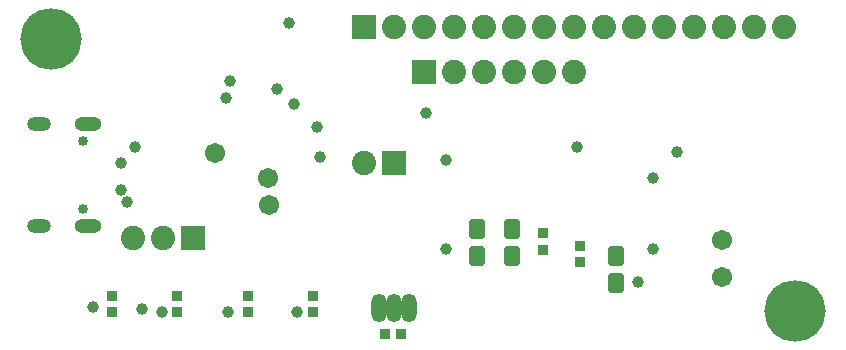
<source format=gbr>
%TF.GenerationSoftware,Altium Limited,Altium Designer,24.0.1 (36)*%
G04 Layer_Color=16711935*
%FSLAX45Y45*%
%MOMM*%
%TF.SameCoordinates,A01A54B3-6B64-4A67-9B29-D4FC54FCECB2*%
%TF.FilePolarity,Negative*%
%TF.FileFunction,Soldermask,Bot*%
%TF.Part,Single*%
G01*
G75*
%TA.AperFunction,SMDPad,CuDef*%
G04:AMPARAMS|DCode=45|XSize=0.862mm|YSize=0.862mm|CornerRadius=0.0881mm|HoleSize=0mm|Usage=FLASHONLY|Rotation=180.000|XOffset=0mm|YOffset=0mm|HoleType=Round|Shape=RoundedRectangle|*
%AMROUNDEDRECTD45*
21,1,0.86200,0.68580,0,0,180.0*
21,1,0.68580,0.86200,0,0,180.0*
1,1,0.17620,-0.34290,0.34290*
1,1,0.17620,0.34290,0.34290*
1,1,0.17620,0.34290,-0.34290*
1,1,0.17620,-0.34290,-0.34290*
%
%ADD45ROUNDEDRECTD45*%
G04:AMPARAMS|DCode=46|XSize=1.624mm|YSize=1.37mm|CornerRadius=0.14525mm|HoleSize=0mm|Usage=FLASHONLY|Rotation=90.000|XOffset=0mm|YOffset=0mm|HoleType=Round|Shape=RoundedRectangle|*
%AMROUNDEDRECTD46*
21,1,1.62400,1.07950,0,0,90.0*
21,1,1.33350,1.37000,0,0,90.0*
1,1,0.29050,0.53975,0.66675*
1,1,0.29050,0.53975,-0.66675*
1,1,0.29050,-0.53975,-0.66675*
1,1,0.29050,-0.53975,0.66675*
%
%ADD46ROUNDEDRECTD46*%
G04:AMPARAMS|DCode=47|XSize=0.862mm|YSize=0.862mm|CornerRadius=0.0881mm|HoleSize=0mm|Usage=FLASHONLY|Rotation=90.000|XOffset=0mm|YOffset=0mm|HoleType=Round|Shape=RoundedRectangle|*
%AMROUNDEDRECTD47*
21,1,0.86200,0.68580,0,0,90.0*
21,1,0.68580,0.86200,0,0,90.0*
1,1,0.17620,0.34290,0.34290*
1,1,0.17620,0.34290,-0.34290*
1,1,0.17620,-0.34290,-0.34290*
1,1,0.17620,-0.34290,0.34290*
%
%ADD47ROUNDEDRECTD47*%
%TA.AperFunction,ComponentPad*%
%ADD56O,1.31320X2.42320*%
%ADD57C,2.05320*%
%ADD58R,2.05320X2.05320*%
%ADD59C,0.85320*%
%ADD60O,2.30320X1.20320*%
%ADD61O,2.00320X1.20320*%
%ADD62C,5.20320*%
%TA.AperFunction,ViaPad*%
%ADD63C,1.70320*%
%ADD64C,1.00320*%
D45*
X3175000Y152400D02*
D03*
X3314700D02*
D03*
D46*
X5130800Y584200D02*
D03*
Y812800D02*
D03*
X4254500Y1043940D02*
D03*
Y815340D02*
D03*
X3954800Y818000D02*
D03*
Y1046600D02*
D03*
D47*
X4826000Y762000D02*
D03*
Y901700D02*
D03*
X871500Y476580D02*
D03*
Y336880D02*
D03*
X1421500Y476580D02*
D03*
Y336880D02*
D03*
X2021500Y476580D02*
D03*
Y336880D02*
D03*
X2571500Y476580D02*
D03*
Y336880D02*
D03*
X4518660Y866140D02*
D03*
Y1005840D02*
D03*
D56*
X3378200Y378285D02*
D03*
X3251200D02*
D03*
X3124200D02*
D03*
D57*
X4778000Y2369000D02*
D03*
X4524000D02*
D03*
X3762000D02*
D03*
X4016000D02*
D03*
X4270000D02*
D03*
X3000000Y1600000D02*
D03*
X6556000Y2750000D02*
D03*
X6302000D02*
D03*
X4778000D02*
D03*
X4524000D02*
D03*
X4270000D02*
D03*
X4016000D02*
D03*
X3254000D02*
D03*
X3508000D02*
D03*
X3762000D02*
D03*
X5032000D02*
D03*
X5286000D02*
D03*
X5540000D02*
D03*
X5794000D02*
D03*
X6048000D02*
D03*
X1041400Y965200D02*
D03*
X1295400D02*
D03*
D58*
X3508000Y2369000D02*
D03*
X3254000Y1600000D02*
D03*
X3000000Y2750000D02*
D03*
X1549400Y965200D02*
D03*
D59*
X618000Y1789000D02*
D03*
Y1211000D02*
D03*
D60*
X668000Y1068000D02*
D03*
Y1932000D02*
D03*
D61*
X250000Y1068000D02*
D03*
Y1932000D02*
D03*
D62*
X350000Y2650000D02*
D03*
X6650000Y350000D02*
D03*
D63*
X6032500Y952500D02*
D03*
X2184400Y1473200D02*
D03*
X2195800Y1244600D02*
D03*
X6032500Y635000D02*
D03*
X1740480Y1684020D02*
D03*
D64*
X5447000Y876000D02*
D03*
X1864330Y2298170D02*
D03*
X3525000Y2025000D02*
D03*
X4803400Y1734000D02*
D03*
X3697000Y1626000D02*
D03*
X939800Y1371600D02*
D03*
Y1600200D02*
D03*
X2364740Y2788920D02*
D03*
X2603500Y1905000D02*
D03*
X5654040Y1691640D02*
D03*
X1117600Y365760D02*
D03*
X703700Y386814D02*
D03*
X1287900Y336880D02*
D03*
X1836420Y2153920D02*
D03*
X2268220Y2232660D02*
D03*
X5318760Y596900D02*
D03*
X2626360Y1656080D02*
D03*
X3695700Y876300D02*
D03*
X5447000Y1476000D02*
D03*
X990600Y1270000D02*
D03*
X2430900Y342880D02*
D03*
X1846700Y336880D02*
D03*
X2405380Y2103120D02*
D03*
X1063280Y1734820D02*
D03*
%TF.MD5,6812877e504a717bf198ac4af44aff9b*%
M02*

</source>
